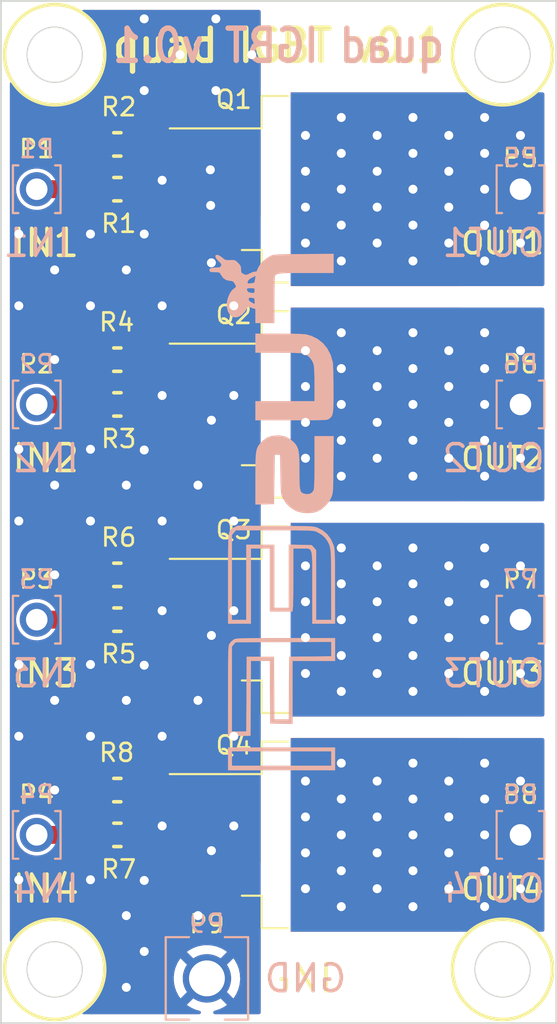
<source format=kicad_pcb>
(kicad_pcb (version 20211014) (generator pcbnew)
  (title_block (title "DDPAK breakout") (rev "R0.2") (company "gerefi"))
  (layers (0 "F.Cu" signal) (31 "B.Cu" signal) (34 "B.Paste" user) (35 "F.Paste" user) (36 "B.SilkS" user "B.Silkscreen") (37 "F.SilkS" user "F.Silkscreen") (38 "B.Mask" user) (39 "F.Mask" user) (44 "Edge.Cuts" user))
  (net 0 "")
  (net 1 "/IN1")
  (net 2 "/IN2")
  (net 3 "/IN3")
  (net 4 "/IN4")
  (net 5 "/OUT1")
  (net 6 "/OUT2")
  (net 7 "/OUT3")
  (net 8 "/OUT4")
  (net 9 "/CH1")
  (net 10 "GND")
  (net 11 "/CH2")
  (net 12 "/CH3")
  (net 13 "/CH4")
  (footprint "hellen-one-common:R0805" (layer "F.Cu") (at 199.5 105)
    (fp_text reference "R2" (at -1 -1.5 unlocked) (layer "F.SilkS") (effects (justify left bottom)))
    (fp_text value "100k" hide)
    (pad "1" smd roundrect (at -0.950001 0) (size 1.000001 1.45) (layers "F.Cu" "F.Paste" "F.Mask") (roundrect_rratio 0.0999999) (net 10 "GND"))
    (pad "2" smd roundrect (at 0.950021 0) (size 1.000001 1.45) (layers "F.Cu" "F.Paste" "F.Mask") (roundrect_rratio 0.0999999) (net 9 "/CH1"))
  )
  (footprint "Package_TO_SOT_SMD:TO-263-2" (layer "F.Cu") (at 210.5 107.5)
    (fp_text reference "Q1" (at -4.5 -5) (layer "F.SilkS"))
    (fp_text value "ISL9V3040D3S")
    (pad "1" smd rect (at -5.775 -2.54) (size 4.6 1.1) (layers "F.Cu" "F.Paste" "F.Mask") (net 9 "/CH1"))
    (pad "2" smd rect (at 3.375 0) (size 9.4 10.8) (layers "F.Cu" "F.Mask") (net 5 "/OUT1"))
    (pad "3" smd rect (at -5.775 2.54) (size 4.6 1.1) (layers "F.Cu" "F.Paste" "F.Mask") (net 10 "GND"))
  )
  (footprint "hellen-one-common:PAD-TH" (layer "F.Cu") (at 195 119.5)
    (fp_text reference "P2" (at 0 -2.25) (layer "F.SilkS"))
    (fp_text value "Pad" hide)
    (fp_text user "${REFERENCE}" (at 0 -2.25) (layer "B.SilkS") (effects (justify mirror)))
    (pad "1" thru_hole circle locked (at 0 0) (size 1.9 1.9) (drill 1.2) (layers *.Cu *.Mask) (net 2 "/IN2"))
  )
  (footprint "hellen-one-common:R0805" (layer "F.Cu") (at 199.5 107.5 180)
    (fp_text reference "R1" (at 1 -2.5 unlocked) (layer "F.SilkS") (effects (justify left bottom)))
    (fp_text value "1k" hide)
    (pad "1" smd roundrect (at -0.950001 0 180) (size 1.000001 1.45) (layers "F.Cu" "F.Paste" "F.Mask") (roundrect_rratio 0.0999999) (net 9 "/CH1"))
    (pad "2" smd roundrect (at 0.950021 0 180) (size 1.000001 1.45) (layers "F.Cu" "F.Paste" "F.Mask") (roundrect_rratio 0.0999999) (net 1 "/IN1"))
  )
  (footprint "hellen-one-common:PAD-TH" (layer "F.Cu") (at 195 107.5)
    (fp_text reference "P1" (at 0 -2.25) (layer "F.SilkS"))
    (fp_text value "Pad" hide)
    (fp_text user "${REFERENCE}" (at 0 -2.25) (layer "B.SilkS") (effects (justify mirror)))
    (pad "1" thru_hole circle locked (at 0 0) (size 1.9 1.9) (drill 1.2) (layers *.Cu *.Mask) (net 1 "/IN1"))
  )
  (footprint "hellen-one-common:PAD-TH" (layer "F.Cu") (at 195 131.5)
    (fp_text reference "P3" (at 0 -2.25) (layer "F.SilkS"))
    (fp_text value "Pad" hide)
    (fp_text user "${REFERENCE}" (at 0 -2.25) (layer "B.SilkS") (effects (justify mirror)))
    (pad "1" thru_hole circle locked (at 0 0) (size 1.9 1.9) (drill 1.2) (layers *.Cu *.Mask) (net 3 "/IN3"))
  )
  (footprint "MountingHole:MountingHole_5mm" (layer "F.Cu") (at 196 100)
    (fp_text reference "J1" hide)
    (fp_text value "Conn_01x01" hide)
    (pad "" np_thru_hole circle (at 0 0) (size 3 3) (drill 3) (layers F&B.Cu *.Mask))
  )
  (footprint "Package_TO_SOT_SMD:TO-263-2" (layer "F.Cu") (at 210.5 143.5)
    (fp_text reference "Q4" (at -4.5 -5) (layer "F.SilkS"))
    (fp_text value "ISL9V3040D3S")
    (pad "1" smd rect (at -5.775 -2.54) (size 4.6 1.1) (layers "F.Cu" "F.Paste" "F.Mask") (net 13 "/CH4"))
    (pad "2" smd rect (at 3.375 0) (size 9.4 10.8) (layers "F.Cu" "F.Mask") (net 8 "/OUT4"))
    (pad "3" smd rect (at -5.775 2.54) (size 4.6 1.1) (layers "F.Cu" "F.Paste" "F.Mask") (net 10 "GND"))
  )
  (footprint "hellen-one-common:R0805" (layer "F.Cu") (at 199.5 117)
    (fp_text reference "R4" (at -1.113674 -1.5 unlocked) (layer "F.SilkS") (effects (justify left bottom)))
    (fp_text value "100k" hide)
    (pad "1" smd roundrect (at -0.950001 0) (size 1.000001 1.45) (layers "F.Cu" "F.Paste" "F.Mask") (roundrect_rratio 0.0999999) (net 10 "GND"))
    (pad "2" smd roundrect (at 0.950021 0) (size 1.000001 1.45) (layers "F.Cu" "F.Paste" "F.Mask") (roundrect_rratio 0.0999999) (net 11 "/CH2"))
  )
  (footprint "hellen-one-common:R0805" (layer "F.Cu") (at 199.5 131.5 180)
    (fp_text reference "R5" (at 1 -2.5 unlocked) (layer "F.SilkS") (effects (justify left bottom)))
    (fp_text value "1k" hide)
    (pad "1" smd roundrect (at -0.950001 0 180) (size 1.000001 1.45) (layers "F.Cu" "F.Paste" "F.Mask") (roundrect_rratio 0.0999999) (net 12 "/CH3"))
    (pad "2" smd roundrect (at 0.950021 0 180) (size 1.000001 1.45) (layers "F.Cu" "F.Paste" "F.Mask") (roundrect_rratio 0.0999999) (net 3 "/IN3"))
  )
  (footprint "hellen-one-common:R0805" (layer "F.Cu") (at 199.5 143.5 180)
    (fp_text reference "R7" (at 1 -2.5 unlocked) (layer "F.SilkS") (effects (justify left bottom)))
    (fp_text value "1k" hide)
    (pad "1" smd roundrect (at -0.950001 0 180) (size 1.000001 1.45) (layers "F.Cu" "F.Paste" "F.Mask") (roundrect_rratio 0.0999999) (net 13 "/CH4"))
    (pad "2" smd roundrect (at 0.950021 0 180) (size 1.000001 1.45) (layers "F.Cu" "F.Paste" "F.Mask") (roundrect_rratio 0.0999999) (net 4 "/IN4"))
  )
  (footprint "hellen-one-common:PAD-TH" (layer "F.Cu") (at 195 143.5)
    (fp_text reference "P4" (at 0 -2.25) (layer "F.SilkS"))
    (fp_text value "Pad" hide)
    (fp_text user "${REFERENCE}" (at 0 -2.25) (layer "B.SilkS") (effects (justify mirror)))
    (pad "1" thru_hole circle locked (at 0 0) (size 1.9 1.9) (drill 1.2) (layers *.Cu *.Mask) (net 4 "/IN4"))
  )
  (footprint "hellen-one-common:PAD-TH" (layer "F.Cu") (at 222 107.5)
    (fp_text reference "P5" (at 0 -1.75) (layer "F.SilkS"))
    (fp_text value "Pad" hide)
    (fp_text user "${REFERENCE}" (at 0 -1.75) (layer "B.SilkS") (effects (justify mirror)))
    (pad "1" thru_hole circle locked (at 0 0) (size 1.9 1.9) (drill 1.2) (layers *.Cu *.Mask) (net 5 "/OUT1"))
  )
  (footprint "hellen-one-common:R0805" (layer "F.Cu") (at 199.5 141)
    (fp_text reference "R8" (at -1.113674 -1.5 unlocked) (layer "F.SilkS") (effects (justify left bottom)))
    (fp_text value "100k" hide)
    (pad "1" smd roundrect (at -0.950001 0) (size 1.000001 1.45) (layers "F.Cu" "F.Paste" "F.Mask") (roundrect_rratio 0.0999999) (net 10 "GND"))
    (pad "2" smd roundrect (at 0.950021 0) (size 1.000001 1.45) (layers "F.Cu" "F.Paste" "F.Mask") (roundrect_rratio 0.0999999) (net 13 "/CH4"))
  )
  (footprint "hellen-one-common:PAD-TH" (layer "F.Cu") (at 222 131.5)
    (fp_text reference "P7" (at 0 -2.25) (layer "F.SilkS"))
    (fp_text value "Pad" hide)
    (fp_text user "${REFERENCE}" (at 0 -2.25) (layer "B.SilkS") (effects (justify mirror)))
    (pad "1" thru_hole circle locked (at 0 0) (size 1.9 1.9) (drill 1.2) (layers *.Cu *.Mask) (net 7 "/OUT3"))
  )
  (footprint "MountingHole:MountingHole_5mm" (layer "F.Cu") (at 196 151)
    (fp_text reference "J2" hide)
    (fp_text value "Conn_01x01" hide)
    (pad "" np_thru_hole circle (at 0 0) (size 3 3) (drill 3) (layers F&B.Cu *.Mask))
  )
  (footprint "hellen-one-common:PAD-TH" (layer "F.Cu") (at 222 143.5)
    (fp_text reference "P8" (at 0 -2.25) (layer "F.SilkS"))
    (fp_text value "Pad" hide)
    (fp_text user "${REFERENCE}" (at 0 -2.25) (layer "B.SilkS") (effects (justify mirror)))
    (pad "1" thru_hole circle locked (at 0 0) (size 1.9 1.9) (drill 1.2) (layers *.Cu *.Mask) (net 8 "/OUT4"))
  )
  (footprint "hellen-one-common:PAD-TH" (layer "F.Cu") (at 204.5 151.5)
    (fp_text reference "P9" (at 0 -3.03) (layer "F.SilkS"))
    (fp_text value "Pad" hide)
    (fp_text user "${REFERENCE}" (at 0 -3.06) (layer "B.SilkS") (effects (justify mirror)))
    (pad "1" thru_hole circle (at 0 0) (size 2.7 2.7) (drill 2) (layers *.Cu *.Mask) (net 10 "GND"))
  )
  (footprint "MountingHole:MountingHole_5mm" (layer "F.Cu") (at 221 151)
    (fp_text reference "J4" hide)
    (fp_text value "Conn_01x01" hide)
    (pad "" np_thru_hole circle (at 0 0) (size 3 3) (drill 3) (layers F&B.Cu *.Mask))
  )
  (footprint "Package_TO_SOT_SMD:TO-263-2" (layer "F.Cu") (at 210.5 131.5)
    (fp_text reference "Q3" (at -4.5 -5) (layer "F.SilkS"))
    (fp_text value "ISL9V3040D3S")
    (pad "1" smd rect (at -5.775 -2.54) (size 4.6 1.1) (layers "F.Cu" "F.Paste" "F.Mask") (net 12 "/CH3"))
    (pad "2" smd rect (at 3.375 0) (size 9.4 10.8) (layers "F.Cu" "F.Mask") (net 7 "/OUT3"))
    (pad "3" smd rect (at -5.775 2.54) (size 4.6 1.1) (layers "F.Cu" "F.Paste" "F.Mask") (net 10 "GND"))
  )
  (footprint "hellen-one-common:R0805" (layer "F.Cu") (at 199.5 129)
    (fp_text reference "R6" (at -1 -1.5 unlocked) (layer "F.SilkS") (effects (justify left bottom)))
    (fp_text value "100k" hide)
    (pad "1" smd roundrect (at -0.950001 0) (size 1.000001 1.45) (layers "F.Cu" "F.Paste" "F.Mask") (roundrect_rratio 0.0999999) (net 10 "GND"))
    (pad "2" smd roundrect (at 0.950021 0) (size 1.000001 1.45) (layers "F.Cu" "F.Paste" "F.Mask") (roundrect_rratio 0.0999999) (net 12 "/CH3"))
  )
  (footprint "hellen-one-common:R0805" (layer "F.Cu") (at 199.5 119.5 180)
    (fp_text reference "R3" (at 1 -2.5 unlocked) (layer "F.SilkS") (effects (justify left bottom)))
    (fp_text value "1k" hide)
    (pad "1" smd roundrect (at -0.950001 0 180) (size 1.000001 1.45) (layers "F.Cu" "F.Paste" "F.Mask") (roundrect_rratio 0.0999999) (net 11 "/CH2"))
    (pad "2" smd roundrect (at 0.950021 0 180) (size 1.000001 1.45) (layers "F.Cu" "F.Paste" "F.Mask") (roundrect_rratio 0.0999999) (net 2 "/IN2"))
  )
  (footprint "hellen-one-common:PAD-TH" (layer "F.Cu") (at 222 119.5)
    (fp_text reference "P6" (at 0 -2.25) (layer "F.SilkS"))
    (fp_text value "Pad" hide)
    (fp_text user "${REFERENCE}" (at 0 -2.25) (layer "B.SilkS") (effects (justify mirror)))
    (pad "1" thru_hole circle locked (at 0 0) (size 1.9 1.9) (drill 1.2) (layers *.Cu *.Mask) (net 6 "/OUT2"))
  )
  (footprint "MountingHole:MountingHole_5mm" (layer "F.Cu") (at 221 100)
    (fp_text reference "J3" hide)
    (fp_text value "Conn_01x01" hide)
    (pad "" np_thru_hole circle (at 0 0) (size 3 3) (drill 3) (layers F&B.Cu *.Mask))
  )
  (footprint "Package_TO_SOT_SMD:TO-263-2" (layer "F.Cu") (at 210.5 119.5)
    (fp_text reference "Q2" (at -4.5 -5) (layer "F.SilkS"))
    (fp_text value "ISL9V3040D3S")
    (pad "1" smd rect (at -5.775 -2.54) (size 4.6 1.1) (layers "F.Cu" "F.Paste" "F.Mask") (net 11 "/CH2"))
    (pad "2" smd rect (at 3.375 0) (size 9.4 10.8) (layers "F.Cu" "F.Mask") (net 6 "/OUT2"))
    (pad "3" smd rect (at -5.775 2.54) (size 4.6 1.1) (layers "F.Cu" "F.Paste" "F.Mask") (net 10 "GND"))
  )
  (footprint "gerefi_lib:mre_logo" (layer "B.Cu") (at 212.117278 119.913844 -90)
    (fp_text reference "G***" hide)
    (fp_text value "LOGO" hide)
  )
  (gr_circle (center 196 151) (end 198.794 151) (layer "F.SilkS") (width 0.2) (fill none))
  (gr_circle (center 196 100) (end 198.794 100) (layer "F.SilkS") (width 0.2) (fill none))
  (gr_circle (center 221 151) (end 223.794 151) (layer "F.SilkS") (width 0.2) (fill none))
  (gr_circle (center 221 100) (end 223.794 100) (layer "F.SilkS") (width 0.2) (fill none))
  (gr_line (start 193 97) (end 193 154) (layer "Edge.Cuts") (width 0.1))
  (gr_line (start 193 154) (end 224 154) (layer "Edge.Cuts") (width 0.1))
  (gr_circle (center 221 151) (end 222.524 151) (layer "Edge.Cuts") (width 0.1) (fill none))
  (gr_circle (center 196 151) (end 197.524 151) (layer "Edge.Cuts") (width 0.1) (fill none))
  (gr_circle (center 221 100) (end 222.524 100) (layer "Edge.Cuts") (width 0.1) (fill none))
  (gr_line (start 193 97) (end 224 97) (layer "Edge.Cuts") (width 0.1))
  (gr_line (start 224 97) (end 224 154) (layer "Edge.Cuts") (width 0.1))
  (gr_circle (center 196 100) (end 197.524 100) (layer "Edge.Cuts") (width 0.1) (fill none))
  (gr_text "IN1" (at 195 110.5) (layer "B.SilkS") (effects (font (size 1.5 1.5) (thickness 0.2)) (justify mirror)))
  (gr_text "IN3" (at 195.5 134.5) (layer "B.SilkS") (effects (font (size 1.5 1.5) (thickness 0.2)) (justify mirror)))
  (gr_text "OUT2" (at 220.5 122.5) (layer "B.SilkS") (effects (font (size 1.5 1.5) (thickness 0.2)) (justify mirror)))
  (gr_text "IN2" (at 195.5 122.5) (layer "B.SilkS") (effects (font (size 1.5 1.5) (thickness 0.2)) (justify mirror)))
  (gr_text "OUT1" (at 220.5 110.5) (layer "B.SilkS") (effects (font (size 1.5 1.5) (thickness 0.2)) (justify mirror)))
  (gr_text "OUT4" (at 220.5 146.5) (layer "B.SilkS") (effects (font (size 1.5 1.5) (thickness 0.2)) (justify mirror)))
  (gr_text "OUT3" (at 220.5 134.5) (layer "B.SilkS") (effects (font (size 1.5 1.5) (thickness 0.2)) (justify mirror)))
  (gr_text "quad IGBT v0.1" (at 208.5 99.5) (layer "B.SilkS") (effects (font (size 1.8 1.6) (thickness 0.3)) (justify mirror)))
  (gr_text "GND" (at 210 151.5) (layer "B.SilkS") (effects (font (size 1.5 1.5) (thickness 0.2)) (justify mirror)))
  (gr_text "IN4" (at 195.5 146.5) (layer "B.SilkS") (effects (font (size 1.5 1.5) (thickness 0.2)) (justify mirror)))
  (gr_text "IN3" (at 195.5 134.5) (layer "F.SilkS") (effects (font (size 1.5 1.5) (thickness 0.2))))
  (gr_text "IN1" (at 195.5 110.5) (layer "F.SilkS") (effects (font (size 1.5 1.5) (thickness 0.2))))
  (gr_text "OUT4" (at 221 146.5) (layer "F.SilkS") (effects (font (size 1.2 1.2) (thickness 0.2))))
  (gr_text "OUT3" (at 221 134.5) (layer "F.SilkS") (effects (font (size 1.2 1.2) (thickness 0.2))))
  (gr_text "quad IGBT v0.1" (at 208.5 99.5) (layer "F.SilkS") (effects (font (size 1.8 1.6) (thickness 0.3))))
  (gr_text "GND" (at 210 151.5) (layer "F.SilkS") (effects (font (size 1.5 1.5) (thickness 0.2))))
  (gr_text "IN2" (at 195.5 122.5) (layer "F.SilkS") (effects (font (size 1.5 1.5) (thickness 0.2))))
  (gr_text "IN4" (at 195.5 146.5) (layer "F.SilkS") (effects (font (size 1.5 1.5) (thickness 0.2))))
  (gr_text "OUT2" (at 221 122.5) (layer "F.SilkS") (effects (font (size 1.2 1.2) (thickness 0.2))))
  (gr_text "OUT1" (at 221 110.5) (layer "F.SilkS") (effects (font (size 1.2 1.2) (thickness 0.2))))
  (segment (start 195 107.5) (end 198.549979 107.5) (width 1) (layer "F.Cu") (net 1))
  (segment (start 195 119.5) (end 198.549979 119.5) (width 1) (layer "F.Cu") (net 2))
  (segment (start 195 131.5) (end 198.549979 131.5) (width 1) (layer "F.Cu") (net 3))
  (segment (start 195 143.5) (end 198.549979 143.5) (width 1) (layer "F.Cu") (net 4))
  (via (at 214 108.5) (size 0.9) (drill 0.5) (layers "F.Cu" "B.Cu") (net 5))
  (via (at 220 111.5) (size 0.9) (drill 0.5) (layers "F.Cu" "B.Cu") (net 5))
  (via (at 216 109.5) (size 0.9) (drill 0.5) (layers "F.Cu" "B.Cu") (net 5))
  (via (at 218 104.5) (size 0.9) (drill 0.5) (layers "F.Cu" "B.Cu") (net 5))
  (via (at 210 110.5) (size 0.9) (drill 0.5) (layers "F.Cu" "B.Cu") (net 5))
  (via (at 212 103.5) (size 0.9) (drill 0.5) (layers "F.Cu" "B.Cu") (net 5))
  (via (at 214 106.5) (size 0.9) (drill 0.5) (layers "F.Cu" "B.Cu") (net 5))
  (via (at 216 107.5) (size 0.9) (drill 0.5) (layers "F.Cu" "B.Cu") (net 5))
  (via (at 222 104.5) (size 0.9) (drill 0.5) (layers "F.Cu" "B.Cu") (net 5))
  (via (at 220 103.5) (size 0.9) (drill 0.5) (layers "F.Cu" "B.Cu") (net 5))
  (via (at 210 104.5) (size 0.9) (drill 0.5) (layers "F.Cu" "B.Cu") (net 5))
  (via (at 218 108.5) (size 0.9) (drill 0.5) (layers "F.Cu" "B.Cu") (net 5))
  (via (at 220 109.5) (size 0.9) (drill 0.5) (layers "F.Cu" "B.Cu") (net 5))
  (via (at 214 104.5) (size 0.9) (drill 0.5) (layers "F.Cu" "B.Cu") (net 5))
  (via (at 218 110.5) (size 0.9) (drill 0.5) (layers "F.Cu" "B.Cu") (net 5))
  (via (at 220 105.5) (size 0.9) (drill 0.5) (layers "F.Cu" "B.Cu") (net 5))
  (via (at 210 108.5) (size 0.9) (drill 0.5) (layers "F.Cu" "B.Cu") (net 5))
  (via (at 220 107.5) (size 0.9) (drill 0.5) (layers "F.Cu" "B.Cu") (net 5))
  (via (at 212 107.5) (size 0.9) (drill 0.5) (layers "F.Cu" "B.Cu") (net 5))
  (via (at 212 111.5) (size 0.9) (drill 0.5) (layers "F.Cu" "B.Cu") (net 5))
  (via (at 216 103.5) (size 0.9) (drill 0.5) (layers "F.Cu" "B.Cu") (net 5))
  (via (at 212 105.5) (size 0.9) (drill 0.5) (layers "F.Cu" "B.Cu") (net 5))
  (via (at 218 106.5) (size 0.9) (drill 0.5) (layers "F.Cu" "B.Cu") (net 5))
  (via (at 216 111.5) (size 0.9) (drill 0.5) (layers "F.Cu" "B.Cu") (net 5))
  (via (at 214 110.5) (size 0.9) (drill 0.5) (layers "F.Cu" "B.Cu") (net 5))
  (via (at 210 106.5) (size 0.9) (drill 0.5) (layers "F.Cu" "B.Cu") (net 5))
  (via (at 222 110.5) (size 0.9) (drill 0.5) (layers "F.Cu" "B.Cu") (net 5))
  (via (at 212 109.5) (size 0.9) (drill 0.5) (layers "F.Cu" "B.Cu") (net 5))
  (via (at 216 105.5) (size 0.9) (drill 0.5) (layers "F.Cu" "B.Cu") (net 5))
  (via (at 210 118.5) (size 0.9) (drill 0.5) (layers "F.Cu" "B.Cu") (net 6))
  (via (at 210 116.5) (size 0.9) (drill 0.5) (layers "F.Cu" "B.Cu") (net 6))
  (via (at 218 120.5) (size 0.9) (drill 0.5) (layers "F.Cu" "B.Cu") (net 6))
  (via (at 220 115.5) (size 0.9) (drill 0.5) (layers "F.Cu" "B.Cu") (net 6))
  (via (at 220 123.5) (size 0.9) (drill 0.5) (layers "F.Cu" "B.Cu") (net 6))
  (via (at 212 115.5) (size 0.9) (drill 0.5) (layers "F.Cu" "B.Cu") (net 6))
  (via (at 218 118.5) (size 0.9) (drill 0.5) (layers "F.Cu" "B.Cu") (net 6))
  (via (at 216 117.5) (size 0.9) (drill 0.5) (layers "F.Cu" "B.Cu") (net 6))
  (via (at 222 122.5) (size 0.9) (drill 0.5) (layers "F.Cu" "B.Cu") (net 6))
  (via (at 212 123.5) (size 0.9) (drill 0.5) (layers "F.Cu" "B.Cu") (net 6))
  (via (at 218 122.5) (size 0.9) (drill 0.5) (layers "F.Cu" "B.Cu") (net 6))
  (via (at 216 121.5) (size 0.9) (drill 0.5) (layers "F.Cu" "B.Cu") (net 6))
  (via (at 220 117.5) (size 0.9) (drill 0.5) (layers "F.Cu" "B.Cu") (net 6))
  (via (at 220 121.5) (size 0.9) (drill 0.5) (layers "F.Cu" "B.Cu") (net 6))
  (via (at 214 118.5) (size 0.9) (drill 0.5) (layers "F.Cu" "B.Cu") (net 6))
  (via (at 210 122.5) (size 0.9) (drill 0.5) (layers "F.Cu" "B.Cu") (net 6))
  (via (at 214 116.5) (size 0.9) (drill 0.5) (layers "F.Cu" "B.Cu") (net 6))
  (via (at 214 120.5) (size 0.9) (drill 0.5) (layers "F.Cu" "B.Cu") (net 6))
  (via (at 212 121.5) (size 0.9) (drill 0.5) (layers "F.Cu" "B.Cu") (net 6))
  (via (at 222 116.5) (size 0.9) (drill 0.5) (layers "F.Cu" "B.Cu") (net 6))
  (via (at 216 123.5) (size 0.9) (drill 0.5) (layers "F.Cu" "B.Cu") (net 6))
  (via (at 212 119.5) (size 0.9) (drill 0.5) (layers "F.Cu" "B.Cu") (net 6))
  (via (at 216 115.5) (size 0.9) (drill 0.5) (layers "F.Cu" "B.Cu") (net 6))
  (via (at 218 116.5) (size 0.9) (drill 0.5) (layers "F.Cu" "B.Cu") (net 6))
  (via (at 214 122.5) (size 0.9) (drill 0.5) (layers "F.Cu" "B.Cu") (net 6))
  (via (at 210 120.5) (size 0.9) (drill 0.5) (layers "F.Cu" "B.Cu") (net 6))
  (via (at 212 117.5) (size 0.9) (drill 0.5) (layers "F.Cu" "B.Cu") (net 6))
  (via (at 220 119.5) (size 0.9) (drill 0.5) (layers "F.Cu" "B.Cu") (net 6))
  (via (at 216 119.5) (size 0.9) (drill 0.5) (layers "F.Cu" "B.Cu") (net 6))
  (via (at 218 134.5) (size 0.9) (drill 0.5) (layers "F.Cu" "B.Cu") (net 7))
  (via (at 220 135.5) (size 0.9) (drill 0.5) (layers "F.Cu" "B.Cu") (net 7))
  (via (at 220 129.5) (size 0.9) (drill 0.5) (layers "F.Cu" "B.Cu") (net 7))
  (via (at 218 128.5) (size 0.9) (drill 0.5) (layers "F.Cu" "B.Cu") (net 7))
  (via (at 210 134.5) (size 0.9) (drill 0.5) (layers "F.Cu" "B.Cu") (net 7))
  (via (at 216 129.5) (size 0.9) (drill 0.5) (layers "F.Cu" "B.Cu") (net 7))
  (via (at 214 130.5) (size 0.9) (drill 0.5) (layers "F.Cu" "B.Cu") (net 7))
  (via (at 216 135.5) (size 0.9) (drill 0.5) (layers "F.Cu" "B.Cu") (net 7))
  (via (at 212 133.5) (size 0.9) (drill 0.5) (layers "F.Cu" "B.Cu") (net 7))
  (via (at 218 130.5) (size 0.9) (drill 0.5) (layers "F.Cu" "B.Cu") (net 7))
  (via (at 210 130.5) (size 0.9) (drill 0.5) (layers "F.Cu" "B.Cu") (net 7))
  (via (at 220 127.5) (size 0.9) (drill 0.5) (layers "F.Cu" "B.Cu") (net 7))
  (via (at 218 132.5) (size 0.9) (drill 0.5) (layers "F.Cu" "B.Cu") (net 7))
  (via (at 214 128.5) (size 0.9) (drill 0.5) (layers "F.Cu" "B.Cu") (net 7))
  (via (at 212 127.5) (size 0.9) (drill 0.5) (layers "F.Cu" "B.Cu") (net 7))
  (via (at 210 132.5) (size 0.9) (drill 0.5) (layers "F.Cu" "B.Cu") (net 7))
  (via (at 214 132.5) (size 0.9) (drill 0.5) (layers "F.Cu" "B.Cu") (net 7))
  (via (at 220 133.5) (size 0.9) (drill 0.5) (layers "F.Cu" "B.Cu") (net 7))
  (via (at 212 129.5) (size 0.9) (drill 0.5) (layers "F.Cu" "B.Cu") (net 7))
  (via (at 220 131.5) (size 0.9) (drill 0.5) (layers "F.Cu" "B.Cu") (net 7))
  (via (at 216 133.5) (size 0.9) (drill 0.5) (layers "F.Cu" "B.Cu") (net 7))
  (via (at 210 128.5) (size 0.9) (drill 0.5) (layers "F.Cu" "B.Cu") (net 7))
  (via (at 222 128.5) (size 0.9) (drill 0.5) (layers "F.Cu" "B.Cu") (net 7))
  (via (at 212 135.5) (size 0.9) (drill 0.5) (layers "F.Cu" "B.Cu") (net 7))
  (via (at 212 131.5) (size 0.9) (drill 0.5) (layers "F.Cu" "B.Cu") (net 7))
  (via (at 216 131.5) (size 0.9) (drill 0.5) (layers "F.Cu" "B.Cu") (net 7))
  (via (at 214 134.5) (size 0.9) (drill 0.5) (layers "F.Cu" "B.Cu") (net 7))
  (via (at 216 127.5) (size 0.9) (drill 0.5) (layers "F.Cu" "B.Cu") (net 7))
  (via (at 222 134.5) (size 0.9) (drill 0.5) (layers "F.Cu" "B.Cu") (net 7))
  (via (at 212 141.5) (size 0.9) (drill 0.5) (layers "F.Cu" "B.Cu") (net 8))
  (via (at 216 147.5) (size 0.9) (drill 0.5) (layers "F.Cu" "B.Cu") (net 8))
  (via (at 214 140.5) (size 0.9) (drill 0.5) (layers "F.Cu" "B.Cu") (net 8))
  (via (at 214 146.5) (size 0.9) (drill 0.5) (layers "F.Cu" "B.Cu") (net 8))
  (via (at 212 145.5) (size 0.9) (drill 0.5) (layers "F.Cu" "B.Cu") (net 8))
  (via (at 212 147.5) (size 0.9) (drill 0.5) (layers "F.Cu" "B.Cu") (net 8))
  (via (at 220 141.5) (size 0.9) (drill 0.5) (layers "F.Cu" "B.Cu") (net 8))
  (via (at 216 143.5) (size 0.9) (drill 0.5) (layers "F.Cu" "B.Cu") (net 8))
  (via (at 216 141.5) (size 0.9) (drill 0.5) (layers "F.Cu" "B.Cu") (net 8))
  (via (at 218 146.5) (size 0.9) (drill 0.5) (layers "F.Cu" "B.Cu") (net 8))
  (via (at 218 142.5) (size 0.9) (drill 0.5) (layers "F.Cu" "B.Cu") (net 8))
  (via (at 216 139.5) (size 0.9) (drill 0.5) (layers "F.Cu" "B.Cu") (net 8))
  (via (at 212 143.5) (size 0.9) (drill 0.5) (layers "F.Cu" "B.Cu") (net 8))
  (via (at 218 144.5) (size 0.9) (drill 0.5) (layers "F.Cu" "B.Cu") (net 8))
  (via (at 220 143.5) (size 0.9) (drill 0.5) (layers "F.Cu" "B.Cu") (net 8))
  (via (at 210 144.5) (size 0.9) (drill 0.5) (layers "F.Cu" "B.Cu") (net 8))
  (via (at 220 145.5) (size 0.9) (drill 0.5) (layers "F.Cu" "B.Cu") (net 8))
  (via (at 220 139.5) (size 0.9) (drill 0.5) (layers "F.Cu" "B.Cu") (net 8))
  (via (at 210 142.5) (size 0.9) (drill 0.5) (layers "F.Cu" "B.Cu") (net 8))
  (via (at 222 146.5) (size 0.9) (drill 0.5) (layers "F.Cu" "B.Cu") (net 8))
  (via (at 218 140.5) (size 0.9) (drill 0.5) (layers "F.Cu" "B.Cu") (net 8))
  (via (at 212 139.5) (size 0.9) (drill 0.5) (layers "F.Cu" "B.Cu") (net 8))
  (via (at 214 144.5) (size 0.9) (drill 0.5) (layers "F.Cu" "B.Cu") (net 8))
  (via (at 210 140.5) (size 0.9) (drill 0.5) (layers "F.Cu" "B.Cu") (net 8))
  (via (at 214 142.5) (size 0.9) (drill 0.5) (layers "F.Cu" "B.Cu") (net 8))
  (via (at 222 140.5) (size 0.9) (drill 0.5) (layers "F.Cu" "B.Cu") (net 8))
  (via (at 216 145.5) (size 0.9) (drill 0.5) (layers "F.Cu" "B.Cu") (net 8))
  (via (at 220 147.5) (size 0.9) (drill 0.5) (layers "F.Cu" "B.Cu") (net 8))
  (via (at 210 146.5) (size 0.9) (drill 0.5) (layers "F.Cu" "B.Cu") (net 8))
  (segment (start 200.450021 105) (end 204.685 105) (width 1) (layer "F.Cu") (net 9))
  (segment (start 200.450001 107.5) (end 200.450001 105.00002) (width 1) (layer "F.Cu") (net 9))
  (segment (start 204.685 105) (end 204.725 104.96) (width 1) (layer "F.Cu") (net 9))
  (segment (start 200.450001 105.00002) (end 200.450021 105) (width 1) (layer "F.Cu") (net 9))
  (via (at 201 102) (size 0.9) (drill 0.5) (layers "F.Cu" "B.Cu") (net 10))
  (via (at 206 138) (size 0.9) (drill 0.5) (layers "F.Cu" "B.Cu") (net 10))
  (via (at 196 124) (size 0.9) (drill 0.5) (layers "F.Cu" "B.Cu") (net 10))
  (via (at 205 102) (size 0.9) (drill 0.5) (layers "F.Cu" "B.Cu") (net 10))
  (via (at 200 112) (size 0.9) (drill 0.5) (layers "F.Cu" "B.Cu") (net 10))
  (via (at 194 134) (size 0.9) (drill 0.5) (layers "F.Cu" "B.Cu") (net 10))
  (via (at 206 131) (size 0.9) (drill 0.5) (layers "F.Cu" "B.Cu") (net 10))
  (via (at 201 122.04) (size 0.9) (drill 0.5) (layers "F.Cu" "B.Cu") (net 10))
  (via (at 206 114) (size 0.9) (drill 0.5) (layers "F.Cu" "B.Cu") (net 10))
  (via (at 201 110) (size 0.9) (drill 0.5) (layers "F.Cu" "B.Cu") (net 10))
  (via (at 204 136) (size 0.9) (drill 0.5) (layers "F.Cu" "B.Cu") (net 10))
  (via (at 200 148) (size 0.9) (drill 0.5) (layers "F.Cu" "B.Cu") (net 10))
  (via (at 202 143) (size 0.9) (drill 0.5) (layers "F.Cu" "B.Cu") (net 10))
  (via (at 198 122) (size 0.9) (drill 0.5) (layers "F.Cu" "B.Cu") (net 10))
  (via (at 200 152) (size 0.9) (drill 0.5) (layers "F.Cu" "B.Cu") (net 10))
  (via (at 202 126) (size 0.9) (drill 0.5) (layers "F.Cu" "B.Cu") (net 10))
  (via (at 207 100) (size 0.9) (drill 0.5) (layers "F.Cu" "B.Cu") (net 10))
  (via (at 196 136) (size 0.9) (drill 0.5) (layers "F.Cu" "B.Cu") (net 10))
  (via (at 204.690055 106.416528) (size 0.9) (drill 0.5) (layers "F.Cu" "B.Cu") (net 10))
  (via (at 196 117) (size 0.9) (drill 0.5) (layers "F.Cu" "B.Cu") (net 10))
  (via (at 194 138) (size 0.9) (drill 0.5) (layers "F.Cu" "B.Cu") (net 10))
  (via (at 205 98) (size 0.9) (drill 0.5) (layers "F.Cu" "B.Cu") (net 10))
  (via (at 194 110) (size 0.9) (drill 0.5) (layers "F.Cu" "B.Cu") (net 10))
  (via (at 198 114) (size 0.9) (drill 0.5) (layers "F.Cu" "B.Cu") (net 10))
  (via (at 204 148) (size 0.9) (drill 0.5) (layers "F.Cu" "B.Cu") (net 10))
  (via (at 203 100) (size 0.9) (drill 0.5) (layers "F.Cu" "B.Cu") (net 10))
  (via (at 201 150) (size 0.9) (drill 0.5) (layers "F.Cu" "B.Cu") (net 10))
  (via (at 198 134) (size 0.9) (drill 0.5) (layers "F.Cu" "B.Cu") (net 10))
  (via (at 204.750414 132.379606) (size 0.9) (drill 0.5) (layers "F.Cu" "B.Cu") (net 10))
  (via (at 194 146) (size 0.9) (drill 0.5) (layers "F.Cu" "B.Cu") (net 10))
  (via (at 196 141) (size 0.9) (drill 0.5) (layers "F.Cu" "B.Cu") (net 10))
  (via (at 202 114) (size 0.9) (drill 0.5) (layers "F.Cu" "B.Cu") (net 10))
  (via (at 201 98) (size 0.9) (drill 0.5) (layers "F.Cu" "B.Cu") (net 10))
  (via (at 206 126) (size 0.9) (drill 0.5) (layers "F.Cu" "B.Cu") (net 10))
  (via (at 204.748251 111.603086) (size 0.9) (drill 0.5) (layers "F.Cu" "B.Cu") (net 10))
  (via (at 200 124) (size 0.9) (drill 0.5) (layers "F.Cu" "B.Cu") (net 10))
  (via (at 206 143) (size 0.9) (drill 0.5) (layers "F.Cu" "B.Cu") (net 10))
  (via (at 204.708012 108.404053) (size 0.9) (drill 0.5) (layers "F.Cu" "B.Cu") (net 10))
  (via (at 202 119) (size 0.9) (drill 0.5) (layers "F.Cu" "B.Cu") (net 10))
  (via (at 196 129) (size 0.9) (drill 0.5) (layers "F.Cu" "B.Cu") (net 10))
  (via (at 206 119) (size 0.9) (drill 0.5) (layers "F.Cu" "B.Cu") (net 10))
  (via (at 202 131) (size 0.9) (drill 0.5) (layers "F.Cu" "B.Cu") (net 10))
  (via (at 201 134.04) (size 0.9) (drill 0.5) (layers "F.Cu" "B.Cu") (net 10))
  (via (at 198 146) (size 0.9) (drill 0.5) (layers "F.Cu" "B.Cu") (net 10))
  (via (at 204.750414 120.379606) (size 0.9) (drill 0.5) (layers "F.Cu" "B.Cu") (net 10))
  (via (at 198 138) (size 0.9) (drill 0.5) (layers "F.Cu" "B.Cu") (net 10))
  (via (at 198 126) (size 0.9) (drill 0.5) (layers "F.Cu" "B.Cu") (net 10))
  (via (at 204.750414 144.379606) (size 0.9) (drill 0.5) (layers "F.Cu" "B.Cu") (net 10))
  (via (at 194 114) (size 0.9) (drill 0.5) (layers "F.Cu" "B.Cu") (net 10))
  (via (at 196 112) (size 0.9) (drill 0.5) (layers "F.Cu" "B.Cu") (net 10))
  (via (at 204 124) (size 0.9) (drill 0.5) (layers "F.Cu" "B.Cu") (net 10))
  (via (at 198 110) (size 0.9) (drill 0.5) (layers "F.Cu" "B.Cu") (net 10))
  (via (at 201 146.04) (size 0.9) (drill 0.5) (layers "F.Cu" "B.Cu") (net 10))
  (via (at 202 107) (size 0.9) (drill 0.5) (layers "F.Cu" "B.Cu") (net 10))
  (via (at 194 122) (size 0.9) (drill 0.5) (layers "F.Cu" "B.Cu") (net 10))
  (via (at 194 126) (size 0.9) (drill 0.5) (layers "F.Cu" "B.Cu") (net 10))
  (via (at 200 136) (size 0.9) (drill 0.5) (layers "F.Cu" "B.Cu") (net 10))
  (via (at 202 138) (size 0.9) (drill 0.5) (layers "F.Cu" "B.Cu") (net 10))
  (segment (start 204.685 117) (end 204.725 116.96) (width 1) (layer "F.Cu") (net 11))
  (segment (start 200.450021 117) (end 204.685 117) (width 1) (layer "F.Cu") (net 11))
  (segment (start 200.450001 119.5) (end 200.450001 117.00002) (width 1) (layer "F.Cu") (net 11))
  (segment (start 200.490021 128.96) (end 204.725 128.96) (width 1) (layer "F.Cu") (net 12))
  (segment (start 200.450001 129.00002) (end 200.490021 128.96) (width 1) (layer "F.Cu") (net 12))
  (segment (start 200.450001 131.5) (end 200.450001 129.00002) (width 1) (layer "F.Cu") (net 12))
  (segment (start 200.450001 143.5) (end 200.450001 141.00002) (width 1) (layer "F.Cu") (net 13))
  (segment (start 200.450001 141.00002) (end 200.450021 141) (width 1) (layer "F.Cu") (net 13))
  (segment (start 200.450021 141) (end 204.685 141) (width 1) (layer "F.Cu") (net 13))
  (zone (net 0) (net_name "") (layers F&B.Cu) (connect_pads yes (clearance 0)) (min_thickness 0.2)
    (keepout (tracks not_allowed) (vias not_allowed) (pads allowed) (copperpour not_allowed) (footprints allowed))
    (fill (thermal_gap 0.508) (thermal_bridge_width 0.508))
    (polygon (pts (xy 223.798735 100) (xy 223.780187 99.678321) (xy 223.724789 99.360906) (xy 223.633276 99.051962) (xy 223.50686 98.755584) (xy 223.347217 98.4757) (xy 223.156462 98.216019) (xy 222.937125 97.979984) (xy 222.692113 97.770724) (xy 222.424672 97.591011) (xy 222.138348 97.443228) (xy 221.836936 97.329334) (xy 221.524431 97.250838) (xy 221.204974 97.208781) (xy 220.882801 97.20372) (xy 220.562181 97.235722) (xy 220.247365 97.304363) (xy 219.942524 97.408734) (xy 219.651699 97.54745) (xy 219.378746 97.718673) (xy 219.127281 97.920135) (xy 218.900638 98.149163) (xy 218.701821 98.402724) (xy 218.533465 98.677456) (xy 218.397802 98.969717) (xy 218.29663 99.275634) (xy 218.231289 99.591152) (xy 218.202646 99.91209) (xy 218.211081 100.234192) (xy 218.256481 100.553191) (xy 218.338245 100.864857) (xy 218.455289 101.16506) (xy 218.606062 101.44982) (xy 218.788566 101.715364) (xy 219.00038 101.958172) (xy 219.238699 102.175026) (xy 219.500363 102.36305) (xy 219.781903 102.519754) (xy 220.079589 102.643059) (xy 220.389475 102.731332) (xy 220.707453 102.783403) (xy 221.029308 102.798582) (xy 221.350775 102.776666) (xy 221.667592 102.717947) (xy 221.975561 102.623204) (xy 222.270599 102.493691) (xy 222.548796 102.331126) (xy 222.806465 102.137663) (xy 223.04019 101.915866) (xy 223.246873 101.668675) (xy 223.423776 101.399367) (xy 223.568552 101.111512) (xy 223.679284 100.808923) (xy 223.754503 100.495613) (xy 223.793212 100.175734)))
  )
  (zone (net 7) (net_name "/OUT3") (layers F&B.Cu) (name "1") (priority 1) (connect_pads yes (clearance 0.2)) (min_thickness 0.2) (fill yes (thermal_gap 0.508) (thermal_bridge_width 0.508))
    (polygon (pts (xy 223.332877 126.100001) (xy 223.332877 136.900001) (xy 209.175 136.9) (xy 209.175 126.1)))
  )
  (zone (net 6) (net_name "/OUT2") (layers F&B.Cu) (name "1") (priority 1) (connect_pads yes (clearance 0.2)) (min_thickness 0.2) (fill yes (thermal_gap 0.508) (thermal_bridge_width 0.508))
    (polygon (pts (xy 223.332877 114.100001) (xy 223.332877 124.900001) (xy 209.175 124.9) (xy 209.175 114.1)))
  )
  (zone (net 0) (net_name "") (layers F&B.Cu) (connect_pads yes (clearance 0)) (min_thickness 0.2)
    (keepout (tracks not_allowed) (vias not_allowed) (pads allowed) (copperpour not_allowed) (footprints allowed))
    (fill (thermal_gap 0.508) (thermal_bridge_width 0.508))
    (polygon (pts (xy 223.798735 151) (xy 223.780187 150.678321) (xy 223.724789 150.360906) (xy 223.633276 150.051962) (xy 223.50686 149.755584) (xy 223.347217 149.4757) (xy 223.156462 149.216019) (xy 222.937125 148.979984) (xy 222.692113 148.770724) (xy 222.424672 148.591011) (xy 222.138348 148.443228) (xy 221.836936 148.329334) (xy 221.524431 148.250838) (xy 221.204974 148.208781) (xy 220.882801 148.20372) (xy 220.562181 148.235722) (xy 220.247365 148.304363) (xy 219.942524 148.408734) (xy 219.651699 148.54745) (xy 219.378746 148.718673) (xy 219.127281 148.920135) (xy 218.900638 149.149163) (xy 218.701821 149.402724) (xy 218.533465 149.677456) (xy 218.397802 149.969717) (xy 218.29663 150.275634) (xy 218.231289 150.591152) (xy 218.202646 150.91209) (xy 218.211081 151.234192) (xy 218.256481 151.553191) (xy 218.338245 151.864857) (xy 218.455289 152.16506) (xy 218.606062 152.44982) (xy 218.788566 152.715364) (xy 219.00038 152.958172) (xy 219.238699 153.175026) (xy 219.500363 153.36305) (xy 219.781903 153.519754) (xy 220.079589 153.643059) (xy 220.389475 153.731332) (xy 220.707453 153.783403) (xy 221.029308 153.798582) (xy 221.350775 153.776666) (xy 221.667592 153.717947) (xy 221.975561 153.623204) (xy 222.270599 153.493691) (xy 222.548796 153.331126) (xy 222.806465 153.137663) (xy 223.04019 152.915866) (xy 223.246873 152.668675) (xy 223.423776 152.399367) (xy 223.568552 152.111512) (xy 223.679284 151.808923) (xy 223.754503 151.495613) (xy 223.793212 151.175734)))
  )
  (zone (net 5) (net_name "/OUT1") (layers F&B.Cu) (name "1") (priority 1) (connect_pads yes (clearance 0.2)) (min_thickness 0.2) (fill yes (thermal_gap 0.508) (thermal_bridge_width 0.508))
    (polygon (pts (xy 223.332877 102.100001) (xy 223.332877 112.900001) (xy 209.175 112.9) (xy 209.175 102.1)))
  )
  (zone (net 0) (net_name "") (layers F&B.Cu) (connect_pads yes (clearance 0)) (min_thickness 0.2)
    (keepout (tracks not_allowed) (vias not_allowed) (pads allowed) (copperpour not_allowed) (footprints allowed))
    (fill (thermal_gap 0.508) (thermal_bridge_width 0.508))
    (polygon (pts (xy 198.798735 151) (xy 198.780187 150.678321) (xy 198.724789 150.360906) (xy 198.633276 150.051962) (xy 198.50686 149.755584) (xy 198.347217 149.4757) (xy 198.156462 149.216019) (xy 197.937125 148.979984) (xy 197.692113 148.770724) (xy 197.424672 148.591011) (xy 197.138348 148.443228) (xy 196.836936 148.329334) (xy 196.524431 148.250838) (xy 196.204974 148.208781) (xy 195.882801 148.20372) (xy 195.562181 148.235722) (xy 195.247365 148.304363) (xy 194.942524 148.408734) (xy 194.651699 148.54745) (xy 194.378746 148.718673) (xy 194.127281 148.920135) (xy 193.900638 149.149163) (xy 193.701821 149.402724) (xy 193.533465 149.677456) (xy 193.397802 149.969717) (xy 193.29663 150.275634) (xy 193.231289 150.591152) (xy 193.202646 150.91209) (xy 193.211081 151.234192) (xy 193.256481 151.553191) (xy 193.338245 151.864857) (xy 193.455289 152.16506) (xy 193.606062 152.44982) (xy 193.788566 152.715364) (xy 194.00038 152.958172) (xy 194.238699 153.175026) (xy 194.500363 153.36305) (xy 194.781903 153.519754) (xy 195.079589 153.643059) (xy 195.389475 153.731332) (xy 195.707453 153.783403) (xy 196.029308 153.798582) (xy 196.350775 153.776666) (xy 196.667592 153.717947) (xy 196.975561 153.623204) (xy 197.270599 153.493691) (xy 197.548796 153.331126) (xy 197.806465 153.137663) (xy 198.04019 152.915866) (xy 198.246873 152.668675) (xy 198.423776 152.399367) (xy 198.568552 152.111512) (xy 198.679284 151.808923) (xy 198.754503 151.495613) (xy 198.793212 151.175734)))
  )
  (zone (net 0) (net_name "") (layers F&B.Cu) (connect_pads yes (clearance 0)) (min_thickness 0.2)
    (keepout (tracks not_allowed) (vias not_allowed) (pads allowed) (copperpour not_allowed) (footprints allowed))
    (fill (thermal_gap 0.508) (thermal_bridge_width 0.508))
    (polygon (pts (xy 198.798735 100) (xy 198.780187 99.678321) (xy 198.724789 99.360906) (xy 198.633276 99.051962) (xy 198.50686 98.755584) (xy 198.347217 98.4757) (xy 198.156462 98.216019) (xy 197.937125 97.979984) (xy 197.692113 97.770724) (xy 197.424672 97.591011) (xy 197.138348 97.443228) (xy 196.836936 97.329334) (xy 196.524431 97.250838) (xy 196.204974 97.208781) (xy 195.882801 97.20372) (xy 195.562181 97.235722) (xy 195.247365 97.304363) (xy 194.942524 97.408734) (xy 194.651699 97.54745) (xy 194.378746 97.718673) (xy 194.127281 97.920135) (xy 193.900638 98.149163) (xy 193.701821 98.402724) (xy 193.533465 98.677456) (xy 193.397802 98.969717) (xy 193.29663 99.275634) (xy 193.231289 99.591152) (xy 193.202646 99.91209) (xy 193.211081 100.234192) (xy 193.256481 100.553191) (xy 193.338245 100.864857) (xy 193.455289 101.16506) (xy 193.606062 101.44982) (xy 193.788566 101.715364) (xy 194.00038 101.958172) (xy 194.238699 102.175026) (xy 194.500363 102.36305) (xy 194.781903 102.519754) (xy 195.079589 102.643059) (xy 195.389475 102.731332) (xy 195.707453 102.783403) (xy 196.029308 102.798582) (xy 196.350775 102.776666) (xy 196.667592 102.717947) (xy 196.975561 102.623204) (xy 197.270599 102.493691) (xy 197.548796 102.331126) (xy 197.806465 102.137663) (xy 198.04019 101.915866) (xy 198.246873 101.668675) (xy 198.423776 101.399367) (xy 198.568552 101.111512) (xy 198.679284 100.808923) (xy 198.754503 100.495613) (xy 198.793212 100.175734)))
  )
  (zone (net 10) (net_name "GND") (layers F&B.Cu) (name "1") (priority 2) (connect_pads (clearance 0.2)) (min_thickness 0.2) (fill yes (thermal_gap 0.5) (thermal_bridge_width 0.5))
    (polygon (pts (xy 207.5 153.5) (xy 193.5 153.5) (xy 193.5 97.5) (xy 207.5 97.5)))
  )
  (zone (net 8) (net_name "/OUT4") (layers F&B.Cu) (name "1") (priority 1) (connect_pads yes (clearance 0.2)) (min_thickness 0.2) (fill yes (thermal_gap 0.508) (thermal_bridge_width 0.508))
    (polygon (pts (xy 223.332877 138.100001) (xy 223.332877 148.900001) (xy 209.175 148.9) (xy 209.175 138.1)))
  )
)
</source>
